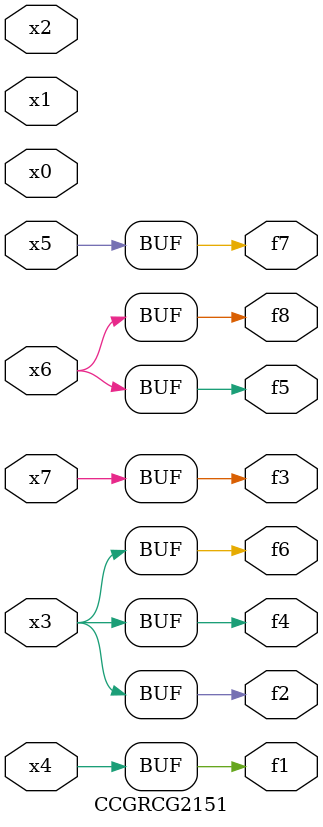
<source format=v>
module CCGRCG2151(
	input x0, x1, x2, x3, x4, x5, x6, x7,
	output f1, f2, f3, f4, f5, f6, f7, f8
);
	assign f1 = x4;
	assign f2 = x3;
	assign f3 = x7;
	assign f4 = x3;
	assign f5 = x6;
	assign f6 = x3;
	assign f7 = x5;
	assign f8 = x6;
endmodule

</source>
